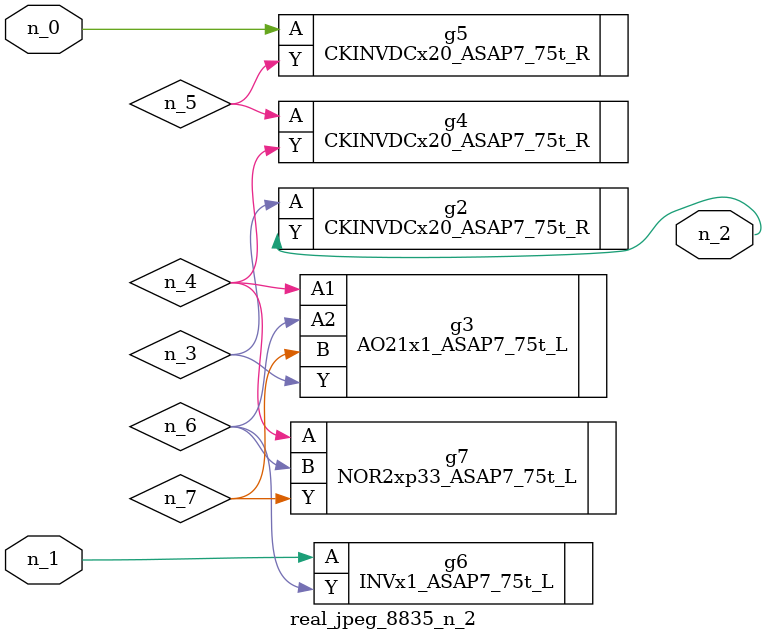
<source format=v>
module real_jpeg_8835_n_2 (n_1, n_0, n_2);

input n_1;
input n_0;

output n_2;

wire n_5;
wire n_4;
wire n_6;
wire n_7;
wire n_3;

CKINVDCx20_ASAP7_75t_R g5 ( 
.A(n_0),
.Y(n_5)
);

INVx1_ASAP7_75t_L g6 ( 
.A(n_1),
.Y(n_6)
);

CKINVDCx20_ASAP7_75t_R g2 ( 
.A(n_3),
.Y(n_2)
);

AO21x1_ASAP7_75t_L g3 ( 
.A1(n_4),
.A2(n_6),
.B(n_7),
.Y(n_3)
);

NOR2xp33_ASAP7_75t_L g7 ( 
.A(n_4),
.B(n_6),
.Y(n_7)
);

CKINVDCx20_ASAP7_75t_R g4 ( 
.A(n_5),
.Y(n_4)
);


endmodule
</source>
